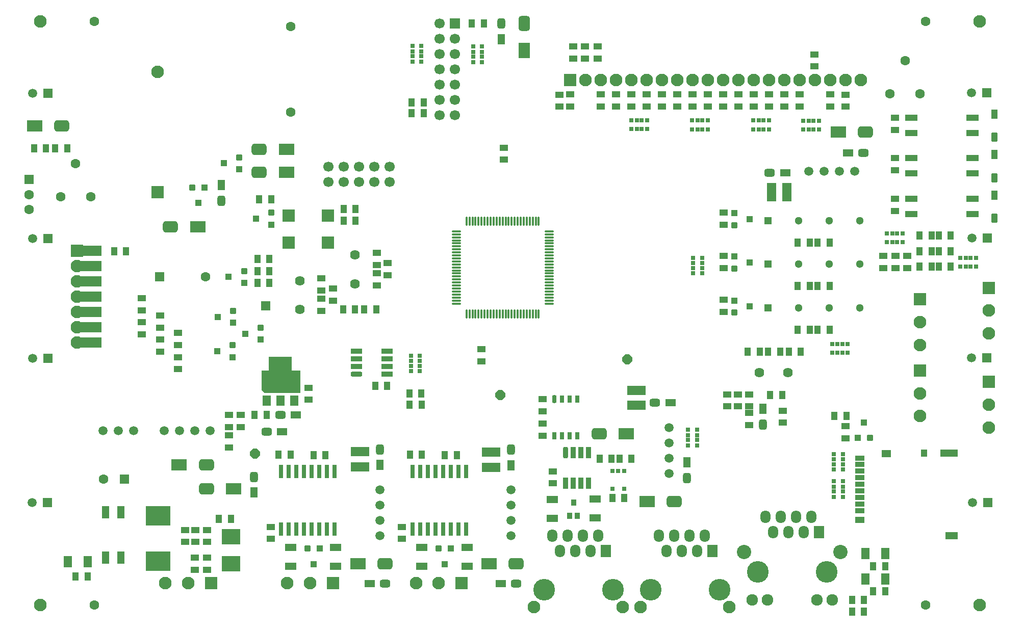
<source format=gbs>
G04*
G04 #@! TF.GenerationSoftware,Altium Limited,Altium Designer,19.1.5 (86)*
G04*
G04 Layer_Color=16711935*
%FSLAX44Y44*%
%MOMM*%
G71*
G01*
G75*
%ADD31R,1.1000X1.4000*%
G04:AMPARAMS|DCode=32|XSize=1.7mm|YSize=1.3mm|CornerRadius=0.35mm|HoleSize=0mm|Usage=FLASHONLY|Rotation=90.000|XOffset=0mm|YOffset=0mm|HoleType=Round|Shape=RoundedRectangle|*
%AMROUNDEDRECTD32*
21,1,1.7000,0.6000,0,0,90.0*
21,1,1.0000,1.3000,0,0,90.0*
1,1,0.7000,0.3000,0.5000*
1,1,0.7000,0.3000,-0.5000*
1,1,0.7000,-0.3000,-0.5000*
1,1,0.7000,-0.3000,0.5000*
%
%ADD32ROUNDEDRECTD32*%
%ADD33R,1.3000X1.7000*%
%ADD34R,1.4000X1.1000*%
%ADD35R,0.7000X0.7500*%
%ADD36R,0.7000X0.6500*%
%ADD40O,0.4000X1.5000*%
%ADD41O,1.5000X0.4000*%
%ADD42R,1.6000X1.6000*%
%ADD43C,1.6000*%
%ADD44P,1.7578X8X22.5*%
%ADD45C,1.5000*%
%ADD46R,1.5000X1.5000*%
%ADD47C,2.1000*%
%ADD48R,2.1000X2.1000*%
%ADD49R,2.1000X2.1000*%
%ADD50R,1.6240X1.6240*%
%ADD51R,1.6000X1.6000*%
%ADD52C,1.7000*%
%ADD53R,1.7000X1.7000*%
%ADD54O,1.6748X2.1320*%
%ADD55R,1.6748X2.1320*%
%ADD56C,3.6000*%
%ADD57C,1.6240*%
%ADD58C,1.3000*%
%ADD59R,1.3000X1.3000*%
%ADD60C,2.3860*%
%ADD61C,1.9288*%
%ADD144R,0.6500X0.7000*%
%ADD145R,0.7500X0.7000*%
%ADD146R,4.1000X1.7000*%
%ADD147R,0.8300X1.8800*%
G04:AMPARAMS|DCode=148|XSize=0.83mm|YSize=1.88mm|CornerRadius=0.2325mm|HoleSize=0mm|Usage=FLASHONLY|Rotation=0.000|XOffset=0mm|YOffset=0mm|HoleType=Round|Shape=RoundedRectangle|*
%AMROUNDEDRECTD148*
21,1,0.8300,1.4150,0,0,0.0*
21,1,0.3650,1.8800,0,0,0.0*
1,1,0.4650,0.1825,-0.7075*
1,1,0.4650,-0.1825,-0.7075*
1,1,0.4650,-0.1825,0.7075*
1,1,0.4650,0.1825,0.7075*
%
%ADD148ROUNDEDRECTD148*%
G04:AMPARAMS|DCode=149|XSize=0.83mm|YSize=1.88mm|CornerRadius=0.2325mm|HoleSize=0mm|Usage=FLASHONLY|Rotation=90.000|XOffset=0mm|YOffset=0mm|HoleType=Round|Shape=RoundedRectangle|*
%AMROUNDEDRECTD149*
21,1,0.8300,1.4150,0,0,90.0*
21,1,0.3650,1.8800,0,0,90.0*
1,1,0.4650,0.7075,0.1825*
1,1,0.4650,0.7075,-0.1825*
1,1,0.4650,-0.7075,-0.1825*
1,1,0.4650,-0.7075,0.1825*
%
%ADD149ROUNDEDRECTD149*%
%ADD150R,1.8800X0.8300*%
G04:AMPARAMS|DCode=151|XSize=1.1mm|YSize=1.1mm|CornerRadius=0.3mm|HoleSize=0mm|Usage=FLASHONLY|Rotation=180.000|XOffset=0mm|YOffset=0mm|HoleType=Round|Shape=RoundedRectangle|*
%AMROUNDEDRECTD151*
21,1,1.1000,0.5000,0,0,180.0*
21,1,0.5000,1.1000,0,0,180.0*
1,1,0.6000,-0.2500,0.2500*
1,1,0.6000,0.2500,0.2500*
1,1,0.6000,0.2500,-0.2500*
1,1,0.6000,-0.2500,-0.2500*
%
%ADD151ROUNDEDRECTD151*%
%ADD152R,1.1000X1.1000*%
G04:AMPARAMS|DCode=153|XSize=1.1mm|YSize=1.1mm|CornerRadius=0.3mm|HoleSize=0mm|Usage=FLASHONLY|Rotation=270.000|XOffset=0mm|YOffset=0mm|HoleType=Round|Shape=RoundedRectangle|*
%AMROUNDEDRECTD153*
21,1,1.1000,0.5000,0,0,270.0*
21,1,0.5000,1.1000,0,0,270.0*
1,1,0.6000,-0.2500,-0.2500*
1,1,0.6000,-0.2500,0.2500*
1,1,0.6000,0.2500,0.2500*
1,1,0.6000,0.2500,-0.2500*
%
%ADD153ROUNDEDRECTD153*%
%ADD154R,1.1000X1.1000*%
%ADD155R,1.4000X1.9000*%
G04:AMPARAMS|DCode=156|XSize=1.9mm|YSize=2.5mm|CornerRadius=0.5mm|HoleSize=0mm|Usage=FLASHONLY|Rotation=270.000|XOffset=0mm|YOffset=0mm|HoleType=Round|Shape=RoundedRectangle|*
%AMROUNDEDRECTD156*
21,1,1.9000,1.5000,0,0,270.0*
21,1,0.9000,2.5000,0,0,270.0*
1,1,1.0000,-0.7500,-0.4500*
1,1,1.0000,-0.7500,0.4500*
1,1,1.0000,0.7500,0.4500*
1,1,1.0000,0.7500,-0.4500*
%
%ADD156ROUNDEDRECTD156*%
%ADD157R,2.5000X1.9000*%
%ADD158R,1.3000X2.1000*%
%ADD159R,1.7000X1.3000*%
G04:AMPARAMS|DCode=160|XSize=1.7mm|YSize=1.3mm|CornerRadius=0.35mm|HoleSize=0mm|Usage=FLASHONLY|Rotation=0.000|XOffset=0mm|YOffset=0mm|HoleType=Round|Shape=RoundedRectangle|*
%AMROUNDEDRECTD160*
21,1,1.7000,0.6000,0,0,0.0*
21,1,1.0000,1.3000,0,0,0.0*
1,1,0.7000,0.5000,-0.3000*
1,1,0.7000,-0.5000,-0.3000*
1,1,0.7000,-0.5000,0.3000*
1,1,0.7000,0.5000,0.3000*
%
%ADD160ROUNDEDRECTD160*%
%ADD161R,3.1000X2.5000*%
%ADD162R,1.4272X1.7272*%
%ADD163R,3.5272X1.7272*%
%ADD164R,4.1000X3.3000*%
%ADD165R,0.7000X1.3000*%
G04:AMPARAMS|DCode=166|XSize=0.7mm|YSize=1.3mm|CornerRadius=0.2mm|HoleSize=0mm|Usage=FLASHONLY|Rotation=0.000|XOffset=0mm|YOffset=0mm|HoleType=Round|Shape=RoundedRectangle|*
%AMROUNDEDRECTD166*
21,1,0.7000,0.9000,0,0,0.0*
21,1,0.3000,1.3000,0,0,0.0*
1,1,0.4000,0.1500,-0.4500*
1,1,0.4000,-0.1500,-0.4500*
1,1,0.4000,-0.1500,0.4500*
1,1,0.4000,0.1500,0.4500*
%
%ADD166ROUNDEDRECTD166*%
%ADD167R,0.7000X0.7000*%
%ADD168R,1.9000X1.2000*%
%ADD169R,0.9000X1.1000*%
G04:AMPARAMS|DCode=170|XSize=0.74mm|YSize=2.26mm|CornerRadius=0.21mm|HoleSize=0mm|Usage=FLASHONLY|Rotation=180.000|XOffset=0mm|YOffset=0mm|HoleType=Round|Shape=RoundedRectangle|*
%AMROUNDEDRECTD170*
21,1,0.7400,1.8400,0,0,180.0*
21,1,0.3200,2.2600,0,0,180.0*
1,1,0.4200,-0.1600,0.9200*
1,1,0.4200,0.1600,0.9200*
1,1,0.4200,0.1600,-0.9200*
1,1,0.4200,-0.1600,-0.9200*
%
%ADD170ROUNDEDRECTD170*%
%ADD171R,0.7400X2.2600*%
%ADD172R,2.1000X1.1000*%
%ADD173R,1.1000X1.6000*%
G04:AMPARAMS|DCode=174|XSize=1.1mm|YSize=1.6mm|CornerRadius=0.3mm|HoleSize=0mm|Usage=FLASHONLY|Rotation=180.000|XOffset=0mm|YOffset=0mm|HoleType=Round|Shape=RoundedRectangle|*
%AMROUNDEDRECTD174*
21,1,1.1000,1.0000,0,0,180.0*
21,1,0.5000,1.6000,0,0,180.0*
1,1,0.6000,-0.2500,0.5000*
1,1,0.6000,0.2500,0.5000*
1,1,0.6000,0.2500,-0.5000*
1,1,0.6000,-0.2500,-0.5000*
%
%ADD174ROUNDEDRECTD174*%
%ADD175R,1.5000X0.8500*%
%ADD176R,1.5000X1.1000*%
%ADD177R,1.5000X1.3000*%
%ADD178R,1.1000X1.3000*%
%ADD179R,2.9000X1.3000*%
%ADD180R,2.1000X1.3000*%
%ADD181R,1.5000X3.1000*%
%ADD182R,3.1000X1.5000*%
G04:AMPARAMS|DCode=183|XSize=1.9mm|YSize=2.5mm|CornerRadius=0.5mm|HoleSize=0mm|Usage=FLASHONLY|Rotation=0.000|XOffset=0mm|YOffset=0mm|HoleType=Round|Shape=RoundedRectangle|*
%AMROUNDEDRECTD183*
21,1,1.9000,1.5000,0,0,0.0*
21,1,0.9000,2.5000,0,0,0.0*
1,1,1.0000,0.4500,-0.7500*
1,1,1.0000,-0.4500,-0.7500*
1,1,1.0000,-0.4500,0.7500*
1,1,1.0000,0.4500,0.7500*
%
%ADD183ROUNDEDRECTD183*%
%ADD184R,1.9000X2.5000*%
G36*
X1677500Y1922500D02*
X1640000D01*
Y1900000D01*
X1627500D01*
Y1867500D01*
X1632500Y1862500D01*
X1692500D01*
Y1900000D01*
X1677500D01*
Y1922500D01*
D02*
G37*
D31*
X1285000Y2269000D02*
D03*
X1305000D02*
D03*
X1250000D02*
D03*
X1270000D02*
D03*
X1784000Y2168000D02*
D03*
X1764000D02*
D03*
X1620730Y2085080D02*
D03*
X1640730D02*
D03*
Y2065080D02*
D03*
X1620730D02*
D03*
X1620730Y2045080D02*
D03*
X1640730D02*
D03*
X1977000Y2476000D02*
D03*
X1997000D02*
D03*
X1897000Y2345000D02*
D03*
X1877000D02*
D03*
X2740096Y2098000D02*
D03*
X2720096D02*
D03*
X2772000Y2072000D02*
D03*
X2752000D02*
D03*
X2740000D02*
D03*
X2720000D02*
D03*
X2772096Y2098000D02*
D03*
X2752096D02*
D03*
X2772000Y2124000D02*
D03*
X2752000D02*
D03*
X2740000D02*
D03*
X2720000D02*
D03*
X2518000Y2112000D02*
D03*
X2538000D02*
D03*
X2551000D02*
D03*
X2571000D02*
D03*
X2551000Y2040000D02*
D03*
X2571000D02*
D03*
X2551000Y1967000D02*
D03*
X2571000D02*
D03*
X2518000Y2040000D02*
D03*
X2538000D02*
D03*
X2538000Y1967000D02*
D03*
X2518000D02*
D03*
X1339000Y1558000D02*
D03*
X1319000D02*
D03*
X2663250Y1532770D02*
D03*
X2643250D02*
D03*
Y1574770D02*
D03*
X2663250D02*
D03*
X2608000Y1519000D02*
D03*
X2628000D02*
D03*
X2608000Y1499000D02*
D03*
X2628000D02*
D03*
X2435000Y1931000D02*
D03*
X2455000D02*
D03*
X2469000D02*
D03*
X2489000D02*
D03*
X2523000D02*
D03*
X2503000D02*
D03*
X2492000Y1859000D02*
D03*
X2472000D02*
D03*
X1644000Y2184000D02*
D03*
X1624000D02*
D03*
X1784000Y2149000D02*
D03*
X1764000D02*
D03*
X1403000Y2098000D02*
D03*
X1383000D02*
D03*
X1798000Y2001000D02*
D03*
X1818000D02*
D03*
X1616000Y1826000D02*
D03*
X1636000D02*
D03*
X1763000Y2001000D02*
D03*
X1783000D02*
D03*
X1557000Y1653000D02*
D03*
X1577000D02*
D03*
X1836420Y1874520D02*
D03*
X1816420D02*
D03*
X2230000Y1688000D02*
D03*
X2210000D02*
D03*
X2209000Y1753000D02*
D03*
X2189000D02*
D03*
X2242000D02*
D03*
X2222000D02*
D03*
X1676000Y1760000D02*
D03*
X1656000D02*
D03*
X1734000Y1759000D02*
D03*
X1714000D02*
D03*
X1952000D02*
D03*
X1932000D02*
D03*
X1894000Y1760000D02*
D03*
X1874000D02*
D03*
X2599000Y1824000D02*
D03*
X2579000D02*
D03*
X1893250Y1861820D02*
D03*
X1873250D02*
D03*
X1893570Y1842770D02*
D03*
X1873570D02*
D03*
X1897129Y2327112D02*
D03*
X1877129D02*
D03*
D32*
X1561000Y2182000D02*
D03*
X2460000Y1810000D02*
D03*
X1615000Y1723000D02*
D03*
X2334000Y1721000D02*
D03*
X2042000Y1768200D02*
D03*
X1824400Y1768750D02*
D03*
X2026000Y2476000D02*
D03*
D33*
X1561000Y2208000D02*
D03*
X2460000Y1836000D02*
D03*
X1615000Y1697000D02*
D03*
X2334000Y1747000D02*
D03*
X2042000Y1742200D02*
D03*
X1824400Y1742750D02*
D03*
X2026000Y2450000D02*
D03*
D34*
X2165000Y2418000D02*
D03*
Y2438000D02*
D03*
X2546000Y2425000D02*
D03*
Y2405000D02*
D03*
X2145000Y2418000D02*
D03*
Y2438000D02*
D03*
X2139950Y2338390D02*
D03*
Y2358390D02*
D03*
X2597150Y2338070D02*
D03*
Y2358070D02*
D03*
X2571750Y2338390D02*
D03*
Y2358390D02*
D03*
X2520950Y2338390D02*
D03*
Y2358390D02*
D03*
X2190750Y2338390D02*
D03*
Y2358390D02*
D03*
X2495550Y2338390D02*
D03*
Y2358390D02*
D03*
X2470150Y2338390D02*
D03*
Y2358390D02*
D03*
X2444750Y2338390D02*
D03*
Y2358390D02*
D03*
X2419350Y2338390D02*
D03*
Y2358390D02*
D03*
X2393950Y2338390D02*
D03*
Y2358390D02*
D03*
X2368550Y2338390D02*
D03*
Y2358390D02*
D03*
X2343150Y2338390D02*
D03*
Y2358390D02*
D03*
X2317750Y2338390D02*
D03*
Y2358390D02*
D03*
X2292350Y2338390D02*
D03*
Y2358390D02*
D03*
X2266950Y2338390D02*
D03*
Y2358390D02*
D03*
X2241550Y2338390D02*
D03*
Y2358390D02*
D03*
X2216150Y2338390D02*
D03*
Y2358390D02*
D03*
X2186000Y2418000D02*
D03*
Y2438000D02*
D03*
X2122170Y2358070D02*
D03*
Y2338070D02*
D03*
X2030000Y2250000D02*
D03*
Y2270000D02*
D03*
X1992630Y1935160D02*
D03*
Y1915160D02*
D03*
X1459000Y1951000D02*
D03*
Y1931000D02*
D03*
Y1971000D02*
D03*
Y1991000D02*
D03*
X1429000Y1980000D02*
D03*
Y1960000D02*
D03*
Y2000000D02*
D03*
Y2020000D02*
D03*
X1489000Y1922000D02*
D03*
Y1902000D02*
D03*
Y1942000D02*
D03*
Y1962000D02*
D03*
X2437000Y1829000D02*
D03*
Y1809000D02*
D03*
X2493000Y1813000D02*
D03*
Y1833000D02*
D03*
X2401000Y1840000D02*
D03*
Y1860000D02*
D03*
X2419000Y1840000D02*
D03*
Y1860000D02*
D03*
X2437000Y1840000D02*
D03*
Y1860000D02*
D03*
X1706000Y1851000D02*
D03*
Y1871000D02*
D03*
X1819000Y2061000D02*
D03*
Y2041000D02*
D03*
Y2095000D02*
D03*
Y2075000D02*
D03*
X1837000Y2078000D02*
D03*
Y2058000D02*
D03*
X1727000Y2033000D02*
D03*
Y2053000D02*
D03*
Y1999000D02*
D03*
Y2019000D02*
D03*
X1746000Y2036000D02*
D03*
Y2016000D02*
D03*
X1593000Y1826000D02*
D03*
Y1806000D02*
D03*
X1501000Y1635000D02*
D03*
Y1615000D02*
D03*
X1518000Y1635000D02*
D03*
Y1615000D02*
D03*
X1517000Y1589000D02*
D03*
Y1569000D02*
D03*
X2597000Y1807000D02*
D03*
Y1787000D02*
D03*
X2094600Y1811320D02*
D03*
Y1791320D02*
D03*
Y1832320D02*
D03*
Y1852320D02*
D03*
X2111600Y1732320D02*
D03*
Y1712320D02*
D03*
X1643000Y1640000D02*
D03*
Y1620000D02*
D03*
X1861000Y1640000D02*
D03*
Y1620000D02*
D03*
X1537000Y1569000D02*
D03*
Y1589000D02*
D03*
Y1615000D02*
D03*
Y1635000D02*
D03*
X1574000Y1792000D02*
D03*
Y1772000D02*
D03*
Y1826000D02*
D03*
Y1806000D02*
D03*
X2679520Y2319540D02*
D03*
Y2299540D02*
D03*
X2679520Y2252540D02*
D03*
Y2232540D02*
D03*
X2700000Y2070000D02*
D03*
Y2090000D02*
D03*
X2680000Y2070000D02*
D03*
Y2090000D02*
D03*
X2660000Y2070000D02*
D03*
Y2090000D02*
D03*
X2679520Y2184940D02*
D03*
Y2164940D02*
D03*
X2395000Y1997000D02*
D03*
Y2017000D02*
D03*
X2395000Y2070000D02*
D03*
Y2090000D02*
D03*
Y2142000D02*
D03*
Y2162000D02*
D03*
D35*
X1979000Y2438000D02*
D03*
X1993750Y2412000D02*
D03*
Y2438000D02*
D03*
X1979000Y2412000D02*
D03*
X1893000Y2439000D02*
D03*
X1878250Y2413000D02*
D03*
Y2439000D02*
D03*
X1893000Y2413000D02*
D03*
X2350750Y1801500D02*
D03*
X2336000Y1775500D02*
D03*
Y1801500D02*
D03*
X2350750Y1775500D02*
D03*
X1875790Y1924650D02*
D03*
X1890540Y1898650D02*
D03*
Y1924650D02*
D03*
X1875790Y1898650D02*
D03*
X2578000Y1716000D02*
D03*
X2592750Y1690000D02*
D03*
Y1716000D02*
D03*
X2578000Y1690000D02*
D03*
Y1761004D02*
D03*
X2592750Y1735004D02*
D03*
Y1761004D02*
D03*
X2578000Y1735004D02*
D03*
X2359000Y2061000D02*
D03*
X2344250Y2087000D02*
D03*
Y2061000D02*
D03*
X2359000Y2087000D02*
D03*
D36*
X1979000Y2429000D02*
D03*
X1993750Y2421000D02*
D03*
Y2429000D02*
D03*
X1979000Y2421000D02*
D03*
X1893000Y2430000D02*
D03*
X1878250Y2422000D02*
D03*
Y2430000D02*
D03*
X1893000Y2422000D02*
D03*
X2350750Y1792500D02*
D03*
X2336000Y1784500D02*
D03*
Y1792500D02*
D03*
X2350750Y1784500D02*
D03*
X1875790Y1915650D02*
D03*
X1890540Y1907650D02*
D03*
Y1915650D02*
D03*
X1875790Y1907650D02*
D03*
X2578000Y1707000D02*
D03*
X2592750Y1699000D02*
D03*
Y1707000D02*
D03*
X2578000Y1699000D02*
D03*
Y1752004D02*
D03*
X2592750Y1744003D02*
D03*
Y1752004D02*
D03*
X2578000Y1744003D02*
D03*
X2359000Y2070000D02*
D03*
X2344250Y2078000D02*
D03*
Y2070000D02*
D03*
X2359000Y2078000D02*
D03*
D40*
X1968000Y1994000D02*
D03*
X1973000D02*
D03*
X1978000D02*
D03*
X1983000D02*
D03*
X1988000D02*
D03*
X1993000D02*
D03*
X1998000D02*
D03*
X2003000D02*
D03*
X2008000D02*
D03*
X2013000D02*
D03*
X2018000D02*
D03*
X2023000D02*
D03*
X2028000D02*
D03*
X2033000D02*
D03*
X2038000D02*
D03*
X2043000D02*
D03*
X2048000D02*
D03*
X2053000D02*
D03*
X2058000D02*
D03*
X2063000D02*
D03*
X2068000D02*
D03*
X2073000D02*
D03*
X2078000D02*
D03*
X2083000D02*
D03*
X2088000D02*
D03*
Y2148000D02*
D03*
X2083000D02*
D03*
X2078000D02*
D03*
X2073000D02*
D03*
X2068000D02*
D03*
X2063000D02*
D03*
X2058000D02*
D03*
X2053000D02*
D03*
X2048000D02*
D03*
X2043000D02*
D03*
X2038000D02*
D03*
X2033000D02*
D03*
X2028000D02*
D03*
X2023000D02*
D03*
X2018000D02*
D03*
X2013000D02*
D03*
X2008000D02*
D03*
X2003000D02*
D03*
X1998000D02*
D03*
X1993000D02*
D03*
X1988000D02*
D03*
X1983000D02*
D03*
X1978000D02*
D03*
X1973000D02*
D03*
X1968000D02*
D03*
D41*
X2105000Y2011000D02*
D03*
Y2016000D02*
D03*
Y2021000D02*
D03*
Y2026000D02*
D03*
Y2031000D02*
D03*
Y2036000D02*
D03*
Y2041000D02*
D03*
Y2046000D02*
D03*
Y2051000D02*
D03*
Y2056000D02*
D03*
Y2061000D02*
D03*
Y2066000D02*
D03*
Y2071000D02*
D03*
Y2076000D02*
D03*
Y2081000D02*
D03*
Y2086000D02*
D03*
Y2091000D02*
D03*
Y2096000D02*
D03*
Y2101000D02*
D03*
Y2106000D02*
D03*
Y2111000D02*
D03*
Y2116000D02*
D03*
Y2121000D02*
D03*
Y2126000D02*
D03*
Y2131000D02*
D03*
X1951000D02*
D03*
Y2126000D02*
D03*
Y2121000D02*
D03*
Y2116000D02*
D03*
Y2111000D02*
D03*
Y2106000D02*
D03*
Y2101000D02*
D03*
Y2096000D02*
D03*
Y2091000D02*
D03*
Y2086000D02*
D03*
Y2081000D02*
D03*
Y2076000D02*
D03*
Y2071000D02*
D03*
Y2066000D02*
D03*
Y2061000D02*
D03*
Y2056000D02*
D03*
Y2051000D02*
D03*
Y2046000D02*
D03*
Y2041000D02*
D03*
Y2036000D02*
D03*
Y2031000D02*
D03*
Y2026000D02*
D03*
Y2021000D02*
D03*
Y2016000D02*
D03*
Y2011000D02*
D03*
D42*
X1242000Y2217000D02*
D03*
X1400000Y1719000D02*
D03*
D43*
X1242000Y2192000D02*
D03*
Y2167000D02*
D03*
X1294000Y2188000D02*
D03*
X1319000Y2243750D02*
D03*
X1344000Y2188000D02*
D03*
X2671000Y2359000D02*
D03*
X2696000Y2414750D02*
D03*
X2721000Y2359000D02*
D03*
X1534730Y2055080D02*
D03*
X1676000Y2329000D02*
D03*
Y2471000D02*
D03*
X1365000Y1719000D02*
D03*
X2730000Y2480000D02*
D03*
X1350000D02*
D03*
Y1510000D02*
D03*
X2730000D02*
D03*
D44*
X2024000Y1859000D02*
D03*
X2235000Y1918000D02*
D03*
X1617000Y1762000D02*
D03*
D45*
X2808000Y1680000D02*
D03*
X2806600Y1921000D02*
D03*
X1247000Y1680000D02*
D03*
X1247600Y2119000D02*
D03*
Y2360000D02*
D03*
Y1920000D02*
D03*
X2807000Y2120000D02*
D03*
X2806000Y2361000D02*
D03*
X1542000Y1800000D02*
D03*
X1516600D02*
D03*
X1415000D02*
D03*
X1491200D02*
D03*
X1465800D02*
D03*
X1364200D02*
D03*
X1389600D02*
D03*
X2561650Y2230400D02*
D03*
X2536250D02*
D03*
X2587050D02*
D03*
X2612450D02*
D03*
X2304000Y1779400D02*
D03*
Y1804800D02*
D03*
Y1754000D02*
D03*
Y1728600D02*
D03*
X2042000Y1675800D02*
D03*
Y1701200D02*
D03*
Y1650400D02*
D03*
Y1625000D02*
D03*
X1824400Y1676350D02*
D03*
Y1701750D02*
D03*
Y1650950D02*
D03*
Y1625550D02*
D03*
D46*
X2833400Y1680000D02*
D03*
X2832000Y1921000D02*
D03*
X1272400Y1680000D02*
D03*
X1273000Y2119000D02*
D03*
Y2360000D02*
D03*
Y1920000D02*
D03*
X2832400Y2120000D02*
D03*
X2831400Y2361000D02*
D03*
D47*
X1321000Y1946200D02*
D03*
Y1971600D02*
D03*
Y1997000D02*
D03*
Y2022400D02*
D03*
Y2047800D02*
D03*
Y2073200D02*
D03*
X2368550Y2382520D02*
D03*
X2622550D02*
D03*
X2597150D02*
D03*
X2571750D02*
D03*
X2546350D02*
D03*
X2520950D02*
D03*
X2495550D02*
D03*
X2470150D02*
D03*
X2444750D02*
D03*
X2419350D02*
D03*
X2393950D02*
D03*
X2266950D02*
D03*
X2241550D02*
D03*
X2216150D02*
D03*
X2190750D02*
D03*
X2165350D02*
D03*
X2292350D02*
D03*
X2317750D02*
D03*
X2343150D02*
D03*
X2721000Y1862000D02*
D03*
Y1824000D02*
D03*
X2835250Y1842750D02*
D03*
Y1804750D02*
D03*
X2257000Y1507000D02*
D03*
X2404000D02*
D03*
X1506000Y1547000D02*
D03*
X1468000D02*
D03*
X1455000Y2396000D02*
D03*
X2721000Y1980000D02*
D03*
Y1942000D02*
D03*
X2835250Y1999250D02*
D03*
Y1961250D02*
D03*
X2080000Y1507000D02*
D03*
X2227000D02*
D03*
X1922000Y1547000D02*
D03*
X1884000D02*
D03*
X1708000D02*
D03*
X1670000D02*
D03*
X2820000Y2480000D02*
D03*
X1260000D02*
D03*
Y1510000D02*
D03*
X2820000D02*
D03*
D48*
X1321000Y2098600D02*
D03*
X2721000Y1900000D02*
D03*
X2835250Y1880750D02*
D03*
X1455000Y2196000D02*
D03*
X2721000Y2018000D02*
D03*
X2835250Y2037250D02*
D03*
D49*
X1673000Y2112000D02*
D03*
X1738000D02*
D03*
X1673000Y2157000D02*
D03*
X1738000D02*
D03*
X2139950Y2382520D02*
D03*
X1544000Y1547000D02*
D03*
X1960000D02*
D03*
X1746000D02*
D03*
D50*
X1635000Y2007000D02*
D03*
D51*
X1458730Y2055080D02*
D03*
D52*
X1923600Y2324000D02*
D03*
Y2349400D02*
D03*
X1949000Y2324000D02*
D03*
Y2349400D02*
D03*
X1923600Y2425600D02*
D03*
X1949000D02*
D03*
X1923600Y2451000D02*
D03*
X1949000D02*
D03*
X1923600Y2476400D02*
D03*
X1949000Y2400200D02*
D03*
X1923600D02*
D03*
X1949000Y2374800D02*
D03*
X1923600D02*
D03*
X1789400Y2212600D02*
D03*
Y2238000D02*
D03*
X1764000Y2212600D02*
D03*
Y2238000D02*
D03*
X1738600Y2212600D02*
D03*
Y2238000D02*
D03*
X1814800D02*
D03*
Y2212600D02*
D03*
X1840200Y2238000D02*
D03*
Y2212600D02*
D03*
D53*
X1949000Y2476400D02*
D03*
D54*
X2363300Y1625400D02*
D03*
X2287100D02*
D03*
X2299800Y1600000D02*
D03*
X2312500Y1625400D02*
D03*
X2350600Y1600000D02*
D03*
X2325200D02*
D03*
X2337900Y1625400D02*
D03*
X2186300D02*
D03*
X2110100D02*
D03*
X2122800Y1600000D02*
D03*
X2135500Y1625400D02*
D03*
X2173600Y1600000D02*
D03*
X2148200D02*
D03*
X2160900Y1625400D02*
D03*
X2515135Y1656541D02*
D03*
X2502435Y1631141D02*
D03*
X2527835D02*
D03*
X2489735Y1656541D02*
D03*
X2477035Y1631141D02*
D03*
X2464335Y1656541D02*
D03*
X2540535D02*
D03*
D55*
X2376000Y1600000D02*
D03*
X2199000D02*
D03*
X2553235Y1631141D02*
D03*
D56*
X2274000Y1536000D02*
D03*
X2388000D02*
D03*
X2097000D02*
D03*
X2211000D02*
D03*
X2451635Y1565101D02*
D03*
X2565934D02*
D03*
D57*
X1691000Y2001000D02*
D03*
Y2049000D02*
D03*
X1783000Y2044000D02*
D03*
Y2092000D02*
D03*
X2454000Y1896000D02*
D03*
X2502000D02*
D03*
D58*
X2621310Y2004000D02*
D03*
X2570510D02*
D03*
X2519710D02*
D03*
X2621310Y2077000D02*
D03*
X2570510D02*
D03*
X2519710D02*
D03*
X2621310Y2149000D02*
D03*
X2570510D02*
D03*
X2519710D02*
D03*
D59*
X2468910Y2004000D02*
D03*
X2468910Y2077000D02*
D03*
Y2149000D02*
D03*
D60*
X2588735Y1598141D02*
D03*
X2428734D02*
D03*
D61*
X2574985Y1518642D02*
D03*
X2442491D02*
D03*
X2467925D02*
D03*
X2549679D02*
D03*
D144*
X2258820Y2315480D02*
D03*
X2250820Y2300730D02*
D03*
X2258820D02*
D03*
X2250820Y2315480D02*
D03*
X2536190Y2314720D02*
D03*
X2544190Y2299970D02*
D03*
X2536190D02*
D03*
X2544190Y2314720D02*
D03*
X2453260Y2315210D02*
D03*
X2461260Y2300460D02*
D03*
X2453260D02*
D03*
X2461260Y2315210D02*
D03*
X2351660D02*
D03*
X2359660Y2300460D02*
D03*
X2351660D02*
D03*
X2359660Y2315210D02*
D03*
X2675000Y2127750D02*
D03*
X2683000Y2113000D02*
D03*
X2675000D02*
D03*
X2683000Y2127750D02*
D03*
X2805000Y2087000D02*
D03*
X2797000Y2072250D02*
D03*
X2805000D02*
D03*
X2797000Y2087000D02*
D03*
X2592000Y1944000D02*
D03*
X2584000Y1929250D02*
D03*
X2592000D02*
D03*
X2584000Y1944000D02*
D03*
D145*
X2267820Y2315480D02*
D03*
X2241820Y2300730D02*
D03*
X2267820D02*
D03*
X2241820Y2315480D02*
D03*
X2527190Y2314720D02*
D03*
X2553190Y2299970D02*
D03*
X2527190D02*
D03*
X2553190Y2314720D02*
D03*
X2444260Y2315210D02*
D03*
X2470260Y2300460D02*
D03*
X2444260D02*
D03*
X2470260Y2315210D02*
D03*
X2342660D02*
D03*
X2368660Y2300460D02*
D03*
X2342660D02*
D03*
X2368660Y2315210D02*
D03*
X2666000Y2127750D02*
D03*
X2692000Y2113000D02*
D03*
X2666000D02*
D03*
X2692000Y2127750D02*
D03*
X2814000Y2087000D02*
D03*
X2788000Y2072250D02*
D03*
X2814000D02*
D03*
X2788000Y2087000D02*
D03*
X2601000Y1944000D02*
D03*
X2575000Y1929250D02*
D03*
X2601000D02*
D03*
X2575000Y1944000D02*
D03*
D146*
X1341320Y2098600D02*
D03*
Y2073200D02*
D03*
Y2047800D02*
D03*
Y2022400D02*
D03*
Y1997000D02*
D03*
Y1971600D02*
D03*
Y1946200D02*
D03*
D147*
X2132200Y1712520D02*
D03*
X2144900D02*
D03*
X2170300D02*
D03*
X2157600D02*
D03*
Y1763320D02*
D03*
X2170300D02*
D03*
X2144900D02*
D03*
D148*
X2132200D02*
D03*
D149*
X1785620Y1893570D02*
D03*
D150*
Y1906270D02*
D03*
Y1931670D02*
D03*
Y1918970D02*
D03*
X1836420D02*
D03*
Y1931670D02*
D03*
Y1906270D02*
D03*
Y1893570D02*
D03*
D151*
X1580000Y1942000D02*
D03*
X1580500Y1999000D02*
D03*
X1626500Y1971000D02*
D03*
X1598730Y2065080D02*
D03*
X1644000Y2162000D02*
D03*
X1591000Y2254000D02*
D03*
X2413000Y1996000D02*
D03*
X2413000Y2069000D02*
D03*
Y2141000D02*
D03*
D152*
X1580000Y1922000D02*
D03*
X1554500Y1932000D02*
D03*
X1580500Y1979000D02*
D03*
X1555000Y1989000D02*
D03*
X1626500Y1951000D02*
D03*
X1601000Y1961000D02*
D03*
X1598730Y2045080D02*
D03*
X1573230Y2055080D02*
D03*
X1618500Y2152000D02*
D03*
X1644000Y2142000D02*
D03*
X1565500Y2244000D02*
D03*
X1591000Y2234000D02*
D03*
X2438500Y2006000D02*
D03*
X2413000Y2016000D02*
D03*
X2438500Y2079000D02*
D03*
X2413000Y2089000D02*
D03*
X2438500Y2151000D02*
D03*
X2413000Y2161000D02*
D03*
D153*
X1513000Y2203500D02*
D03*
X2638000Y1787500D02*
D03*
X1704000Y1603780D02*
D03*
X1922000D02*
D03*
D154*
X1533000Y2203500D02*
D03*
X1523000Y2178000D02*
D03*
X2628000Y1813000D02*
D03*
X2618000Y1787500D02*
D03*
X1714000Y1578280D02*
D03*
X1724000Y1603780D02*
D03*
X1932000Y1578280D02*
D03*
X1942000Y1603780D02*
D03*
D155*
X1339000Y1582000D02*
D03*
X1305750D02*
D03*
X2630000Y1553770D02*
D03*
X2663250D02*
D03*
Y1595770D02*
D03*
X2630000D02*
D03*
D156*
X1536000Y1743000D02*
D03*
X1296000Y2306000D02*
D03*
X1624000Y2229000D02*
D03*
X1624000Y2267000D02*
D03*
X1536000Y1703000D02*
D03*
X1476731Y2138079D02*
D03*
X2630720Y2296160D02*
D03*
X2312600Y1682050D02*
D03*
X2050600Y1578450D02*
D03*
X2188000Y1795000D02*
D03*
X1833000Y1579000D02*
D03*
D157*
X1490999Y1743001D02*
D03*
X1250999Y2306001D02*
D03*
X1669001Y2228999D02*
D03*
X1669001Y2266999D02*
D03*
X1581001Y1702999D02*
D03*
X1521732Y2138078D02*
D03*
X2585719Y2296161D02*
D03*
X2267599Y1682051D02*
D03*
X2005599Y1578451D02*
D03*
X2233001Y1794999D02*
D03*
X1787999Y1579001D02*
D03*
D158*
X1394000Y1589000D02*
D03*
X1368600D02*
D03*
X1394000Y1664000D02*
D03*
X1368600D02*
D03*
D159*
X1685000Y1826000D02*
D03*
X1662000Y1798000D02*
D03*
X2601250Y2261000D02*
D03*
X2497000Y2228000D02*
D03*
X2307000Y1846000D02*
D03*
X2024600Y1545450D02*
D03*
X1807000Y1546000D02*
D03*
D160*
X1659000Y1826000D02*
D03*
X1636000Y1798000D02*
D03*
X2627250Y2261000D02*
D03*
X2471000Y2228000D02*
D03*
X2281000Y1846000D02*
D03*
X2050600Y1545450D02*
D03*
X1833000Y1546000D02*
D03*
D161*
X1576999Y1578999D02*
D03*
X1577000Y1624000D02*
D03*
D162*
X1659000Y1850000D02*
D03*
X1682000D02*
D03*
X1636000D02*
D03*
D163*
X1659000Y1913000D02*
D03*
D164*
X1456000Y1658000D02*
D03*
X1455999Y1582999D02*
D03*
D165*
X2152300Y1791360D02*
D03*
Y1852320D02*
D03*
X2126900D02*
D03*
Y1791360D02*
D03*
X2139600Y1852320D02*
D03*
Y1791360D02*
D03*
X2114200D02*
D03*
D166*
Y1852320D02*
D03*
D167*
X2229500Y1733000D02*
D03*
X2210500D02*
D03*
X2220000D02*
D03*
X2210500Y1703000D02*
D03*
X2229500D02*
D03*
D168*
X2110600Y1654320D02*
D03*
Y1685320D02*
D03*
X2181600Y1655320D02*
D03*
Y1686320D02*
D03*
X1676000Y1605780D02*
D03*
Y1574780D02*
D03*
X1751000Y1605780D02*
D03*
Y1574780D02*
D03*
X1894000Y1605780D02*
D03*
Y1574780D02*
D03*
X1969000Y1605780D02*
D03*
Y1574780D02*
D03*
D169*
X2145600Y1680320D02*
D03*
X2151950Y1658391D02*
D03*
X2139250D02*
D03*
D170*
X1660200Y1732280D02*
D03*
X1878200D02*
D03*
D171*
X1672900D02*
D03*
X1685600D02*
D03*
X1698300D02*
D03*
X1711000D02*
D03*
X1723700D02*
D03*
X1736400D02*
D03*
X1749100D02*
D03*
X1660200Y1636780D02*
D03*
X1672900D02*
D03*
X1685600D02*
D03*
X1698300D02*
D03*
X1711000D02*
D03*
X1723700D02*
D03*
X1736400D02*
D03*
X1749100D02*
D03*
X1890900Y1732280D02*
D03*
X1903600D02*
D03*
X1916300D02*
D03*
X1929000D02*
D03*
X1941700D02*
D03*
X1954400D02*
D03*
X1967100D02*
D03*
X1878200Y1636780D02*
D03*
X1890900D02*
D03*
X1903600D02*
D03*
X1916300D02*
D03*
X1929000D02*
D03*
X1941700D02*
D03*
X1954400D02*
D03*
X1967100D02*
D03*
D172*
X2808000Y2294600D02*
D03*
Y2320000D02*
D03*
X2706400Y2294600D02*
D03*
Y2320000D02*
D03*
X2808000Y2227600D02*
D03*
Y2253000D02*
D03*
X2706400Y2227600D02*
D03*
Y2253000D02*
D03*
X2808000Y2160000D02*
D03*
Y2185400D02*
D03*
X2706400Y2160000D02*
D03*
Y2185400D02*
D03*
D173*
X2844520Y2325540D02*
D03*
Y2258540D02*
D03*
Y2190940D02*
D03*
D174*
X2844520Y2287050D02*
D03*
Y2220050D02*
D03*
Y2152450D02*
D03*
D175*
X2621000Y1667000D02*
D03*
Y1678000D02*
D03*
Y1700000D02*
D03*
Y1689000D02*
D03*
Y1722000D02*
D03*
Y1711000D02*
D03*
Y1744000D02*
D03*
Y1733000D02*
D03*
Y1753750D02*
D03*
D176*
Y1651500D02*
D03*
D177*
X2664750Y1761750D02*
D03*
D178*
X2727750Y1762250D02*
D03*
D179*
X2768750Y1762250D02*
D03*
D180*
X2773250Y1625250D02*
D03*
D181*
X2474750Y2196000D02*
D03*
X2500000D02*
D03*
D182*
X2250000Y1867000D02*
D03*
Y1841750D02*
D03*
X2008600Y1764450D02*
D03*
Y1739200D02*
D03*
X1791000Y1765000D02*
D03*
Y1739750D02*
D03*
D183*
X2064000Y2476000D02*
D03*
D184*
X2063999Y2430999D02*
D03*
M02*

</source>
